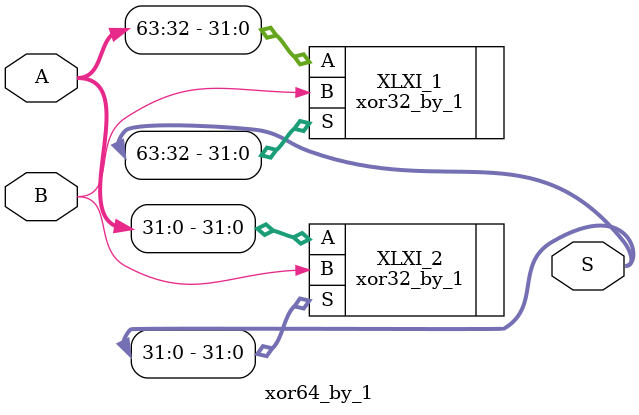
<source format=v>
`timescale 1ns / 1ps

module xor64_by_1(A, 
                  B, 
                  S);

    input [63:0] A;
    input B;
   output [63:0] S;
   
   
   xor32_by_1 XLXI_1 (.A(A[63:32]), 
                      .B(B), 
                      .S(S[63:32]));
   xor32_by_1 XLXI_2 (.A(A[31:0]), 
                      .B(B), 
                      .S(S[31:0]));
endmodule

</source>
